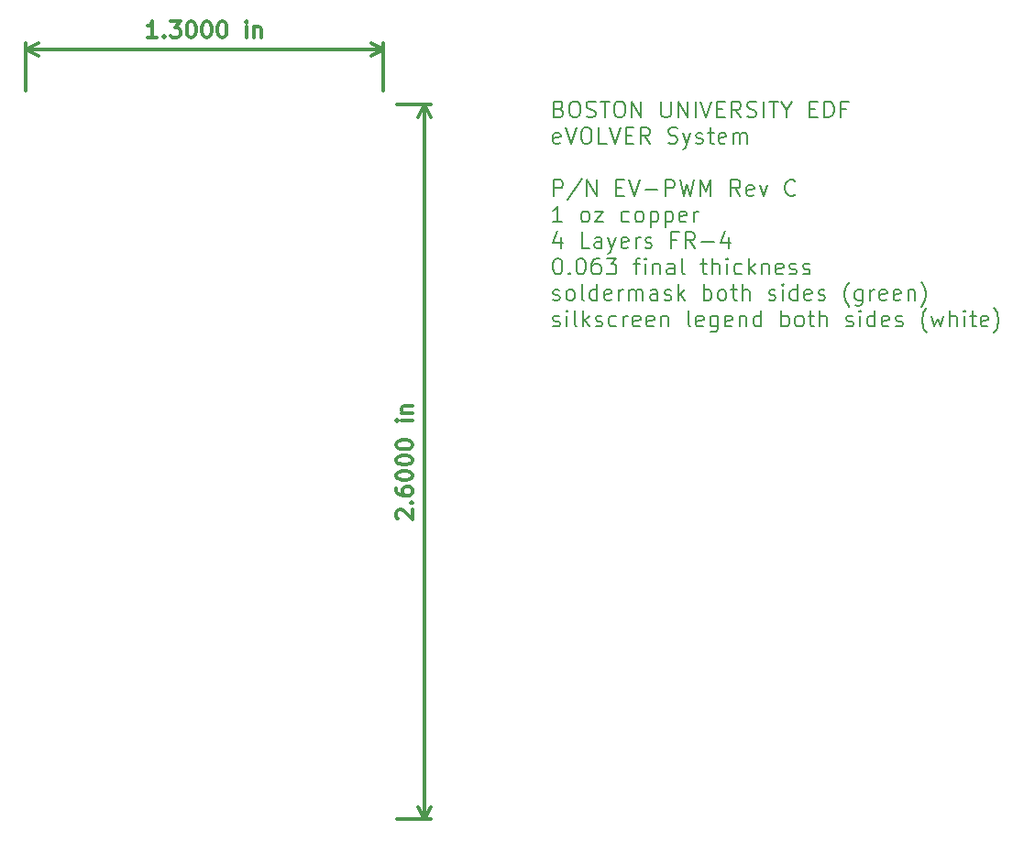
<source format=gbr>
%TF.GenerationSoftware,KiCad,Pcbnew,(6.0.7-1)-1*%
%TF.CreationDate,2022-09-01T15:03:24-04:00*%
%TF.ProjectId,eVolver_pwm,65566f6c-7665-4725-9f70-776d2e6b6963,rev?*%
%TF.SameCoordinates,Original*%
%TF.FileFunction,OtherDrawing,Comment*%
%FSLAX46Y46*%
G04 Gerber Fmt 4.6, Leading zero omitted, Abs format (unit mm)*
G04 Created by KiCad (PCBNEW (6.0.7-1)-1) date 2022-09-01 15:03:24*
%MOMM*%
%LPD*%
G01*
G04 APERTURE LIST*
%ADD10C,0.203200*%
%ADD11C,0.300000*%
G04 APERTURE END LIST*
D10*
X202919222Y-71512857D02*
X203133508Y-71584285D01*
X203204937Y-71655714D01*
X203276365Y-71798571D01*
X203276365Y-72012857D01*
X203204937Y-72155714D01*
X203133508Y-72227142D01*
X202990651Y-72298571D01*
X202419222Y-72298571D01*
X202419222Y-70798571D01*
X202919222Y-70798571D01*
X203062080Y-70870000D01*
X203133508Y-70941428D01*
X203204937Y-71084285D01*
X203204937Y-71227142D01*
X203133508Y-71370000D01*
X203062080Y-71441428D01*
X202919222Y-71512857D01*
X202419222Y-71512857D01*
X204204937Y-70798571D02*
X204490651Y-70798571D01*
X204633508Y-70870000D01*
X204776365Y-71012857D01*
X204847794Y-71298571D01*
X204847794Y-71798571D01*
X204776365Y-72084285D01*
X204633508Y-72227142D01*
X204490651Y-72298571D01*
X204204937Y-72298571D01*
X204062080Y-72227142D01*
X203919222Y-72084285D01*
X203847794Y-71798571D01*
X203847794Y-71298571D01*
X203919222Y-71012857D01*
X204062080Y-70870000D01*
X204204937Y-70798571D01*
X205419222Y-72227142D02*
X205633508Y-72298571D01*
X205990651Y-72298571D01*
X206133508Y-72227142D01*
X206204937Y-72155714D01*
X206276365Y-72012857D01*
X206276365Y-71870000D01*
X206204937Y-71727142D01*
X206133508Y-71655714D01*
X205990651Y-71584285D01*
X205704937Y-71512857D01*
X205562080Y-71441428D01*
X205490651Y-71370000D01*
X205419222Y-71227142D01*
X205419222Y-71084285D01*
X205490651Y-70941428D01*
X205562080Y-70870000D01*
X205704937Y-70798571D01*
X206062080Y-70798571D01*
X206276365Y-70870000D01*
X206704937Y-70798571D02*
X207562080Y-70798571D01*
X207133508Y-72298571D02*
X207133508Y-70798571D01*
X208347794Y-70798571D02*
X208633508Y-70798571D01*
X208776365Y-70870000D01*
X208919222Y-71012857D01*
X208990651Y-71298571D01*
X208990651Y-71798571D01*
X208919222Y-72084285D01*
X208776365Y-72227142D01*
X208633508Y-72298571D01*
X208347794Y-72298571D01*
X208204937Y-72227142D01*
X208062080Y-72084285D01*
X207990651Y-71798571D01*
X207990651Y-71298571D01*
X208062080Y-71012857D01*
X208204937Y-70870000D01*
X208347794Y-70798571D01*
X209633508Y-72298571D02*
X209633508Y-70798571D01*
X210490651Y-72298571D01*
X210490651Y-70798571D01*
X212347794Y-70798571D02*
X212347794Y-72012857D01*
X212419222Y-72155714D01*
X212490651Y-72227142D01*
X212633508Y-72298571D01*
X212919222Y-72298571D01*
X213062080Y-72227142D01*
X213133508Y-72155714D01*
X213204937Y-72012857D01*
X213204937Y-70798571D01*
X213919222Y-72298571D02*
X213919222Y-70798571D01*
X214776365Y-72298571D01*
X214776365Y-70798571D01*
X215490651Y-72298571D02*
X215490651Y-70798571D01*
X215990651Y-70798571D02*
X216490651Y-72298571D01*
X216990651Y-70798571D01*
X217490651Y-71512857D02*
X217990651Y-71512857D01*
X218204937Y-72298571D02*
X217490651Y-72298571D01*
X217490651Y-70798571D01*
X218204937Y-70798571D01*
X219704937Y-72298571D02*
X219204937Y-71584285D01*
X218847794Y-72298571D02*
X218847794Y-70798571D01*
X219419222Y-70798571D01*
X219562080Y-70870000D01*
X219633508Y-70941428D01*
X219704937Y-71084285D01*
X219704937Y-71298571D01*
X219633508Y-71441428D01*
X219562080Y-71512857D01*
X219419222Y-71584285D01*
X218847794Y-71584285D01*
X220276365Y-72227142D02*
X220490651Y-72298571D01*
X220847794Y-72298571D01*
X220990651Y-72227142D01*
X221062080Y-72155714D01*
X221133508Y-72012857D01*
X221133508Y-71870000D01*
X221062080Y-71727142D01*
X220990651Y-71655714D01*
X220847794Y-71584285D01*
X220562080Y-71512857D01*
X220419222Y-71441428D01*
X220347794Y-71370000D01*
X220276365Y-71227142D01*
X220276365Y-71084285D01*
X220347794Y-70941428D01*
X220419222Y-70870000D01*
X220562080Y-70798571D01*
X220919222Y-70798571D01*
X221133508Y-70870000D01*
X221776365Y-72298571D02*
X221776365Y-70798571D01*
X222276365Y-70798571D02*
X223133508Y-70798571D01*
X222704937Y-72298571D02*
X222704937Y-70798571D01*
X223919222Y-71584285D02*
X223919222Y-72298571D01*
X223419222Y-70798571D02*
X223919222Y-71584285D01*
X224419222Y-70798571D01*
X226062080Y-71512857D02*
X226562080Y-71512857D01*
X226776365Y-72298571D02*
X226062080Y-72298571D01*
X226062080Y-70798571D01*
X226776365Y-70798571D01*
X227419222Y-72298571D02*
X227419222Y-70798571D01*
X227776365Y-70798571D01*
X227990651Y-70870000D01*
X228133508Y-71012857D01*
X228204937Y-71155714D01*
X228276365Y-71441428D01*
X228276365Y-71655714D01*
X228204937Y-71941428D01*
X228133508Y-72084285D01*
X227990651Y-72227142D01*
X227776365Y-72298571D01*
X227419222Y-72298571D01*
X229419222Y-71512857D02*
X228919222Y-71512857D01*
X228919222Y-72298571D02*
X228919222Y-70798571D01*
X229633508Y-70798571D01*
X202990651Y-74642142D02*
X202847794Y-74713571D01*
X202562080Y-74713571D01*
X202419222Y-74642142D01*
X202347794Y-74499285D01*
X202347794Y-73927857D01*
X202419222Y-73785000D01*
X202562080Y-73713571D01*
X202847794Y-73713571D01*
X202990651Y-73785000D01*
X203062080Y-73927857D01*
X203062080Y-74070714D01*
X202347794Y-74213571D01*
X203490651Y-73213571D02*
X203990651Y-74713571D01*
X204490651Y-73213571D01*
X205276365Y-73213571D02*
X205562080Y-73213571D01*
X205704937Y-73285000D01*
X205847794Y-73427857D01*
X205919222Y-73713571D01*
X205919222Y-74213571D01*
X205847794Y-74499285D01*
X205704937Y-74642142D01*
X205562080Y-74713571D01*
X205276365Y-74713571D01*
X205133508Y-74642142D01*
X204990651Y-74499285D01*
X204919222Y-74213571D01*
X204919222Y-73713571D01*
X204990651Y-73427857D01*
X205133508Y-73285000D01*
X205276365Y-73213571D01*
X207276365Y-74713571D02*
X206562080Y-74713571D01*
X206562080Y-73213571D01*
X207562080Y-73213571D02*
X208062080Y-74713571D01*
X208562080Y-73213571D01*
X209062080Y-73927857D02*
X209562080Y-73927857D01*
X209776365Y-74713571D02*
X209062080Y-74713571D01*
X209062080Y-73213571D01*
X209776365Y-73213571D01*
X211276365Y-74713571D02*
X210776365Y-73999285D01*
X210419222Y-74713571D02*
X210419222Y-73213571D01*
X210990651Y-73213571D01*
X211133508Y-73285000D01*
X211204937Y-73356428D01*
X211276365Y-73499285D01*
X211276365Y-73713571D01*
X211204937Y-73856428D01*
X211133508Y-73927857D01*
X210990651Y-73999285D01*
X210419222Y-73999285D01*
X212990651Y-74642142D02*
X213204937Y-74713571D01*
X213562080Y-74713571D01*
X213704937Y-74642142D01*
X213776365Y-74570714D01*
X213847794Y-74427857D01*
X213847794Y-74285000D01*
X213776365Y-74142142D01*
X213704937Y-74070714D01*
X213562080Y-73999285D01*
X213276365Y-73927857D01*
X213133508Y-73856428D01*
X213062080Y-73785000D01*
X212990651Y-73642142D01*
X212990651Y-73499285D01*
X213062080Y-73356428D01*
X213133508Y-73285000D01*
X213276365Y-73213571D01*
X213633508Y-73213571D01*
X213847794Y-73285000D01*
X214347794Y-73713571D02*
X214704937Y-74713571D01*
X215062080Y-73713571D02*
X214704937Y-74713571D01*
X214562080Y-75070714D01*
X214490651Y-75142142D01*
X214347794Y-75213571D01*
X215562080Y-74642142D02*
X215704937Y-74713571D01*
X215990651Y-74713571D01*
X216133508Y-74642142D01*
X216204937Y-74499285D01*
X216204937Y-74427857D01*
X216133508Y-74285000D01*
X215990651Y-74213571D01*
X215776365Y-74213571D01*
X215633508Y-74142142D01*
X215562080Y-73999285D01*
X215562080Y-73927857D01*
X215633508Y-73785000D01*
X215776365Y-73713571D01*
X215990651Y-73713571D01*
X216133508Y-73785000D01*
X216633508Y-73713571D02*
X217204937Y-73713571D01*
X216847794Y-73213571D02*
X216847794Y-74499285D01*
X216919222Y-74642142D01*
X217062080Y-74713571D01*
X217204937Y-74713571D01*
X218276365Y-74642142D02*
X218133508Y-74713571D01*
X217847794Y-74713571D01*
X217704937Y-74642142D01*
X217633508Y-74499285D01*
X217633508Y-73927857D01*
X217704937Y-73785000D01*
X217847794Y-73713571D01*
X218133508Y-73713571D01*
X218276365Y-73785000D01*
X218347794Y-73927857D01*
X218347794Y-74070714D01*
X217633508Y-74213571D01*
X218990651Y-74713571D02*
X218990651Y-73713571D01*
X218990651Y-73856428D02*
X219062080Y-73785000D01*
X219204937Y-73713571D01*
X219419222Y-73713571D01*
X219562080Y-73785000D01*
X219633508Y-73927857D01*
X219633508Y-74713571D01*
X219633508Y-73927857D02*
X219704937Y-73785000D01*
X219847794Y-73713571D01*
X220062080Y-73713571D01*
X220204937Y-73785000D01*
X220276365Y-73927857D01*
X220276365Y-74713571D01*
X202419222Y-79543571D02*
X202419222Y-78043571D01*
X202990651Y-78043571D01*
X203133508Y-78115000D01*
X203204937Y-78186428D01*
X203276365Y-78329285D01*
X203276365Y-78543571D01*
X203204937Y-78686428D01*
X203133508Y-78757857D01*
X202990651Y-78829285D01*
X202419222Y-78829285D01*
X204990651Y-77972142D02*
X203704937Y-79900714D01*
X205490651Y-79543571D02*
X205490651Y-78043571D01*
X206347794Y-79543571D01*
X206347794Y-78043571D01*
X208204937Y-78757857D02*
X208704937Y-78757857D01*
X208919222Y-79543571D02*
X208204937Y-79543571D01*
X208204937Y-78043571D01*
X208919222Y-78043571D01*
X209347794Y-78043571D02*
X209847794Y-79543571D01*
X210347794Y-78043571D01*
X210847794Y-78972142D02*
X211990651Y-78972142D01*
X212704937Y-79543571D02*
X212704937Y-78043571D01*
X213276365Y-78043571D01*
X213419222Y-78115000D01*
X213490651Y-78186428D01*
X213562080Y-78329285D01*
X213562080Y-78543571D01*
X213490651Y-78686428D01*
X213419222Y-78757857D01*
X213276365Y-78829285D01*
X212704937Y-78829285D01*
X214062080Y-78043571D02*
X214419222Y-79543571D01*
X214704937Y-78472142D01*
X214990651Y-79543571D01*
X215347794Y-78043571D01*
X215919222Y-79543571D02*
X215919222Y-78043571D01*
X216419222Y-79115000D01*
X216919222Y-78043571D01*
X216919222Y-79543571D01*
X219633508Y-79543571D02*
X219133508Y-78829285D01*
X218776365Y-79543571D02*
X218776365Y-78043571D01*
X219347794Y-78043571D01*
X219490651Y-78115000D01*
X219562080Y-78186428D01*
X219633508Y-78329285D01*
X219633508Y-78543571D01*
X219562080Y-78686428D01*
X219490651Y-78757857D01*
X219347794Y-78829285D01*
X218776365Y-78829285D01*
X220847794Y-79472142D02*
X220704937Y-79543571D01*
X220419222Y-79543571D01*
X220276365Y-79472142D01*
X220204937Y-79329285D01*
X220204937Y-78757857D01*
X220276365Y-78615000D01*
X220419222Y-78543571D01*
X220704937Y-78543571D01*
X220847794Y-78615000D01*
X220919222Y-78757857D01*
X220919222Y-78900714D01*
X220204937Y-79043571D01*
X221419222Y-78543571D02*
X221776365Y-79543571D01*
X222133508Y-78543571D01*
X224704937Y-79400714D02*
X224633508Y-79472142D01*
X224419222Y-79543571D01*
X224276365Y-79543571D01*
X224062080Y-79472142D01*
X223919222Y-79329285D01*
X223847794Y-79186428D01*
X223776365Y-78900714D01*
X223776365Y-78686428D01*
X223847794Y-78400714D01*
X223919222Y-78257857D01*
X224062080Y-78115000D01*
X224276365Y-78043571D01*
X224419222Y-78043571D01*
X224633508Y-78115000D01*
X224704937Y-78186428D01*
X203204937Y-81958571D02*
X202347794Y-81958571D01*
X202776365Y-81958571D02*
X202776365Y-80458571D01*
X202633508Y-80672857D01*
X202490651Y-80815714D01*
X202347794Y-80887142D01*
X205204937Y-81958571D02*
X205062080Y-81887142D01*
X204990651Y-81815714D01*
X204919222Y-81672857D01*
X204919222Y-81244285D01*
X204990651Y-81101428D01*
X205062080Y-81030000D01*
X205204937Y-80958571D01*
X205419222Y-80958571D01*
X205562080Y-81030000D01*
X205633508Y-81101428D01*
X205704937Y-81244285D01*
X205704937Y-81672857D01*
X205633508Y-81815714D01*
X205562080Y-81887142D01*
X205419222Y-81958571D01*
X205204937Y-81958571D01*
X206204937Y-80958571D02*
X206990651Y-80958571D01*
X206204937Y-81958571D01*
X206990651Y-81958571D01*
X209347794Y-81887142D02*
X209204937Y-81958571D01*
X208919222Y-81958571D01*
X208776365Y-81887142D01*
X208704937Y-81815714D01*
X208633508Y-81672857D01*
X208633508Y-81244285D01*
X208704937Y-81101428D01*
X208776365Y-81030000D01*
X208919222Y-80958571D01*
X209204937Y-80958571D01*
X209347794Y-81030000D01*
X210204937Y-81958571D02*
X210062080Y-81887142D01*
X209990651Y-81815714D01*
X209919222Y-81672857D01*
X209919222Y-81244285D01*
X209990651Y-81101428D01*
X210062080Y-81030000D01*
X210204937Y-80958571D01*
X210419222Y-80958571D01*
X210562080Y-81030000D01*
X210633508Y-81101428D01*
X210704937Y-81244285D01*
X210704937Y-81672857D01*
X210633508Y-81815714D01*
X210562080Y-81887142D01*
X210419222Y-81958571D01*
X210204937Y-81958571D01*
X211347794Y-80958571D02*
X211347794Y-82458571D01*
X211347794Y-81030000D02*
X211490651Y-80958571D01*
X211776365Y-80958571D01*
X211919222Y-81030000D01*
X211990651Y-81101428D01*
X212062080Y-81244285D01*
X212062080Y-81672857D01*
X211990651Y-81815714D01*
X211919222Y-81887142D01*
X211776365Y-81958571D01*
X211490651Y-81958571D01*
X211347794Y-81887142D01*
X212704937Y-80958571D02*
X212704937Y-82458571D01*
X212704937Y-81030000D02*
X212847794Y-80958571D01*
X213133508Y-80958571D01*
X213276365Y-81030000D01*
X213347794Y-81101428D01*
X213419222Y-81244285D01*
X213419222Y-81672857D01*
X213347794Y-81815714D01*
X213276365Y-81887142D01*
X213133508Y-81958571D01*
X212847794Y-81958571D01*
X212704937Y-81887142D01*
X214633508Y-81887142D02*
X214490651Y-81958571D01*
X214204937Y-81958571D01*
X214062080Y-81887142D01*
X213990651Y-81744285D01*
X213990651Y-81172857D01*
X214062080Y-81030000D01*
X214204937Y-80958571D01*
X214490651Y-80958571D01*
X214633508Y-81030000D01*
X214704937Y-81172857D01*
X214704937Y-81315714D01*
X213990651Y-81458571D01*
X215347794Y-81958571D02*
X215347794Y-80958571D01*
X215347794Y-81244285D02*
X215419222Y-81101428D01*
X215490651Y-81030000D01*
X215633508Y-80958571D01*
X215776365Y-80958571D01*
X203062080Y-83373571D02*
X203062080Y-84373571D01*
X202704937Y-82802142D02*
X202347794Y-83873571D01*
X203276365Y-83873571D01*
X205704937Y-84373571D02*
X204990651Y-84373571D01*
X204990651Y-82873571D01*
X206847794Y-84373571D02*
X206847794Y-83587857D01*
X206776365Y-83445000D01*
X206633508Y-83373571D01*
X206347794Y-83373571D01*
X206204937Y-83445000D01*
X206847794Y-84302142D02*
X206704937Y-84373571D01*
X206347794Y-84373571D01*
X206204937Y-84302142D01*
X206133508Y-84159285D01*
X206133508Y-84016428D01*
X206204937Y-83873571D01*
X206347794Y-83802142D01*
X206704937Y-83802142D01*
X206847794Y-83730714D01*
X207419222Y-83373571D02*
X207776365Y-84373571D01*
X208133508Y-83373571D02*
X207776365Y-84373571D01*
X207633508Y-84730714D01*
X207562080Y-84802142D01*
X207419222Y-84873571D01*
X209276365Y-84302142D02*
X209133508Y-84373571D01*
X208847794Y-84373571D01*
X208704937Y-84302142D01*
X208633508Y-84159285D01*
X208633508Y-83587857D01*
X208704937Y-83445000D01*
X208847794Y-83373571D01*
X209133508Y-83373571D01*
X209276365Y-83445000D01*
X209347794Y-83587857D01*
X209347794Y-83730714D01*
X208633508Y-83873571D01*
X209990651Y-84373571D02*
X209990651Y-83373571D01*
X209990651Y-83659285D02*
X210062080Y-83516428D01*
X210133508Y-83445000D01*
X210276365Y-83373571D01*
X210419222Y-83373571D01*
X210847794Y-84302142D02*
X210990651Y-84373571D01*
X211276365Y-84373571D01*
X211419222Y-84302142D01*
X211490651Y-84159285D01*
X211490651Y-84087857D01*
X211419222Y-83945000D01*
X211276365Y-83873571D01*
X211062080Y-83873571D01*
X210919222Y-83802142D01*
X210847794Y-83659285D01*
X210847794Y-83587857D01*
X210919222Y-83445000D01*
X211062080Y-83373571D01*
X211276365Y-83373571D01*
X211419222Y-83445000D01*
X213776365Y-83587857D02*
X213276365Y-83587857D01*
X213276365Y-84373571D02*
X213276365Y-82873571D01*
X213990651Y-82873571D01*
X215419222Y-84373571D02*
X214919222Y-83659285D01*
X214562080Y-84373571D02*
X214562080Y-82873571D01*
X215133508Y-82873571D01*
X215276365Y-82945000D01*
X215347794Y-83016428D01*
X215419222Y-83159285D01*
X215419222Y-83373571D01*
X215347794Y-83516428D01*
X215276365Y-83587857D01*
X215133508Y-83659285D01*
X214562080Y-83659285D01*
X216062080Y-83802142D02*
X217204937Y-83802142D01*
X218562080Y-83373571D02*
X218562080Y-84373571D01*
X218204937Y-82802142D02*
X217847794Y-83873571D01*
X218776365Y-83873571D01*
X202704937Y-85288571D02*
X202847794Y-85288571D01*
X202990651Y-85360000D01*
X203062080Y-85431428D01*
X203133508Y-85574285D01*
X203204937Y-85860000D01*
X203204937Y-86217142D01*
X203133508Y-86502857D01*
X203062080Y-86645714D01*
X202990651Y-86717142D01*
X202847794Y-86788571D01*
X202704937Y-86788571D01*
X202562080Y-86717142D01*
X202490651Y-86645714D01*
X202419222Y-86502857D01*
X202347794Y-86217142D01*
X202347794Y-85860000D01*
X202419222Y-85574285D01*
X202490651Y-85431428D01*
X202562080Y-85360000D01*
X202704937Y-85288571D01*
X203847794Y-86645714D02*
X203919222Y-86717142D01*
X203847794Y-86788571D01*
X203776365Y-86717142D01*
X203847794Y-86645714D01*
X203847794Y-86788571D01*
X204847794Y-85288571D02*
X204990651Y-85288571D01*
X205133508Y-85360000D01*
X205204937Y-85431428D01*
X205276365Y-85574285D01*
X205347794Y-85860000D01*
X205347794Y-86217142D01*
X205276365Y-86502857D01*
X205204937Y-86645714D01*
X205133508Y-86717142D01*
X204990651Y-86788571D01*
X204847794Y-86788571D01*
X204704937Y-86717142D01*
X204633508Y-86645714D01*
X204562080Y-86502857D01*
X204490651Y-86217142D01*
X204490651Y-85860000D01*
X204562080Y-85574285D01*
X204633508Y-85431428D01*
X204704937Y-85360000D01*
X204847794Y-85288571D01*
X206633508Y-85288571D02*
X206347794Y-85288571D01*
X206204937Y-85360000D01*
X206133508Y-85431428D01*
X205990651Y-85645714D01*
X205919222Y-85931428D01*
X205919222Y-86502857D01*
X205990651Y-86645714D01*
X206062080Y-86717142D01*
X206204937Y-86788571D01*
X206490651Y-86788571D01*
X206633508Y-86717142D01*
X206704937Y-86645714D01*
X206776365Y-86502857D01*
X206776365Y-86145714D01*
X206704937Y-86002857D01*
X206633508Y-85931428D01*
X206490651Y-85860000D01*
X206204937Y-85860000D01*
X206062080Y-85931428D01*
X205990651Y-86002857D01*
X205919222Y-86145714D01*
X207276365Y-85288571D02*
X208204937Y-85288571D01*
X207704937Y-85860000D01*
X207919222Y-85860000D01*
X208062080Y-85931428D01*
X208133508Y-86002857D01*
X208204937Y-86145714D01*
X208204937Y-86502857D01*
X208133508Y-86645714D01*
X208062080Y-86717142D01*
X207919222Y-86788571D01*
X207490651Y-86788571D01*
X207347794Y-86717142D01*
X207276365Y-86645714D01*
X209776365Y-85788571D02*
X210347794Y-85788571D01*
X209990651Y-86788571D02*
X209990651Y-85502857D01*
X210062080Y-85360000D01*
X210204937Y-85288571D01*
X210347794Y-85288571D01*
X210847794Y-86788571D02*
X210847794Y-85788571D01*
X210847794Y-85288571D02*
X210776365Y-85360000D01*
X210847794Y-85431428D01*
X210919222Y-85360000D01*
X210847794Y-85288571D01*
X210847794Y-85431428D01*
X211562080Y-85788571D02*
X211562080Y-86788571D01*
X211562080Y-85931428D02*
X211633508Y-85860000D01*
X211776365Y-85788571D01*
X211990651Y-85788571D01*
X212133508Y-85860000D01*
X212204937Y-86002857D01*
X212204937Y-86788571D01*
X213562080Y-86788571D02*
X213562080Y-86002857D01*
X213490651Y-85860000D01*
X213347794Y-85788571D01*
X213062080Y-85788571D01*
X212919222Y-85860000D01*
X213562080Y-86717142D02*
X213419222Y-86788571D01*
X213062080Y-86788571D01*
X212919222Y-86717142D01*
X212847794Y-86574285D01*
X212847794Y-86431428D01*
X212919222Y-86288571D01*
X213062080Y-86217142D01*
X213419222Y-86217142D01*
X213562080Y-86145714D01*
X214490651Y-86788571D02*
X214347794Y-86717142D01*
X214276365Y-86574285D01*
X214276365Y-85288571D01*
X215990651Y-85788571D02*
X216562080Y-85788571D01*
X216204937Y-85288571D02*
X216204937Y-86574285D01*
X216276365Y-86717142D01*
X216419222Y-86788571D01*
X216562080Y-86788571D01*
X217062080Y-86788571D02*
X217062080Y-85288571D01*
X217704937Y-86788571D02*
X217704937Y-86002857D01*
X217633508Y-85860000D01*
X217490651Y-85788571D01*
X217276365Y-85788571D01*
X217133508Y-85860000D01*
X217062080Y-85931428D01*
X218419222Y-86788571D02*
X218419222Y-85788571D01*
X218419222Y-85288571D02*
X218347794Y-85360000D01*
X218419222Y-85431428D01*
X218490651Y-85360000D01*
X218419222Y-85288571D01*
X218419222Y-85431428D01*
X219776365Y-86717142D02*
X219633508Y-86788571D01*
X219347794Y-86788571D01*
X219204937Y-86717142D01*
X219133508Y-86645714D01*
X219062080Y-86502857D01*
X219062080Y-86074285D01*
X219133508Y-85931428D01*
X219204937Y-85860000D01*
X219347794Y-85788571D01*
X219633508Y-85788571D01*
X219776365Y-85860000D01*
X220419222Y-86788571D02*
X220419222Y-85288571D01*
X220562080Y-86217142D02*
X220990651Y-86788571D01*
X220990651Y-85788571D02*
X220419222Y-86360000D01*
X221633508Y-85788571D02*
X221633508Y-86788571D01*
X221633508Y-85931428D02*
X221704937Y-85860000D01*
X221847794Y-85788571D01*
X222062080Y-85788571D01*
X222204937Y-85860000D01*
X222276365Y-86002857D01*
X222276365Y-86788571D01*
X223562080Y-86717142D02*
X223419222Y-86788571D01*
X223133508Y-86788571D01*
X222990651Y-86717142D01*
X222919222Y-86574285D01*
X222919222Y-86002857D01*
X222990651Y-85860000D01*
X223133508Y-85788571D01*
X223419222Y-85788571D01*
X223562080Y-85860000D01*
X223633508Y-86002857D01*
X223633508Y-86145714D01*
X222919222Y-86288571D01*
X224204937Y-86717142D02*
X224347794Y-86788571D01*
X224633508Y-86788571D01*
X224776365Y-86717142D01*
X224847794Y-86574285D01*
X224847794Y-86502857D01*
X224776365Y-86360000D01*
X224633508Y-86288571D01*
X224419222Y-86288571D01*
X224276365Y-86217142D01*
X224204937Y-86074285D01*
X224204937Y-86002857D01*
X224276365Y-85860000D01*
X224419222Y-85788571D01*
X224633508Y-85788571D01*
X224776365Y-85860000D01*
X225419222Y-86717142D02*
X225562080Y-86788571D01*
X225847794Y-86788571D01*
X225990651Y-86717142D01*
X226062080Y-86574285D01*
X226062080Y-86502857D01*
X225990651Y-86360000D01*
X225847794Y-86288571D01*
X225633508Y-86288571D01*
X225490651Y-86217142D01*
X225419222Y-86074285D01*
X225419222Y-86002857D01*
X225490651Y-85860000D01*
X225633508Y-85788571D01*
X225847794Y-85788571D01*
X225990651Y-85860000D01*
X202347794Y-89132142D02*
X202490651Y-89203571D01*
X202776365Y-89203571D01*
X202919222Y-89132142D01*
X202990651Y-88989285D01*
X202990651Y-88917857D01*
X202919222Y-88775000D01*
X202776365Y-88703571D01*
X202562080Y-88703571D01*
X202419222Y-88632142D01*
X202347794Y-88489285D01*
X202347794Y-88417857D01*
X202419222Y-88275000D01*
X202562080Y-88203571D01*
X202776365Y-88203571D01*
X202919222Y-88275000D01*
X203847794Y-89203571D02*
X203704937Y-89132142D01*
X203633508Y-89060714D01*
X203562080Y-88917857D01*
X203562080Y-88489285D01*
X203633508Y-88346428D01*
X203704937Y-88275000D01*
X203847794Y-88203571D01*
X204062080Y-88203571D01*
X204204937Y-88275000D01*
X204276365Y-88346428D01*
X204347794Y-88489285D01*
X204347794Y-88917857D01*
X204276365Y-89060714D01*
X204204937Y-89132142D01*
X204062080Y-89203571D01*
X203847794Y-89203571D01*
X205204937Y-89203571D02*
X205062080Y-89132142D01*
X204990651Y-88989285D01*
X204990651Y-87703571D01*
X206419222Y-89203571D02*
X206419222Y-87703571D01*
X206419222Y-89132142D02*
X206276365Y-89203571D01*
X205990651Y-89203571D01*
X205847794Y-89132142D01*
X205776365Y-89060714D01*
X205704937Y-88917857D01*
X205704937Y-88489285D01*
X205776365Y-88346428D01*
X205847794Y-88275000D01*
X205990651Y-88203571D01*
X206276365Y-88203571D01*
X206419222Y-88275000D01*
X207704937Y-89132142D02*
X207562080Y-89203571D01*
X207276365Y-89203571D01*
X207133508Y-89132142D01*
X207062080Y-88989285D01*
X207062080Y-88417857D01*
X207133508Y-88275000D01*
X207276365Y-88203571D01*
X207562080Y-88203571D01*
X207704937Y-88275000D01*
X207776365Y-88417857D01*
X207776365Y-88560714D01*
X207062080Y-88703571D01*
X208419222Y-89203571D02*
X208419222Y-88203571D01*
X208419222Y-88489285D02*
X208490651Y-88346428D01*
X208562080Y-88275000D01*
X208704937Y-88203571D01*
X208847794Y-88203571D01*
X209347794Y-89203571D02*
X209347794Y-88203571D01*
X209347794Y-88346428D02*
X209419222Y-88275000D01*
X209562080Y-88203571D01*
X209776365Y-88203571D01*
X209919222Y-88275000D01*
X209990651Y-88417857D01*
X209990651Y-89203571D01*
X209990651Y-88417857D02*
X210062080Y-88275000D01*
X210204937Y-88203571D01*
X210419222Y-88203571D01*
X210562080Y-88275000D01*
X210633508Y-88417857D01*
X210633508Y-89203571D01*
X211990651Y-89203571D02*
X211990651Y-88417857D01*
X211919222Y-88275000D01*
X211776365Y-88203571D01*
X211490651Y-88203571D01*
X211347794Y-88275000D01*
X211990651Y-89132142D02*
X211847794Y-89203571D01*
X211490651Y-89203571D01*
X211347794Y-89132142D01*
X211276365Y-88989285D01*
X211276365Y-88846428D01*
X211347794Y-88703571D01*
X211490651Y-88632142D01*
X211847794Y-88632142D01*
X211990651Y-88560714D01*
X212633508Y-89132142D02*
X212776365Y-89203571D01*
X213062080Y-89203571D01*
X213204937Y-89132142D01*
X213276365Y-88989285D01*
X213276365Y-88917857D01*
X213204937Y-88775000D01*
X213062080Y-88703571D01*
X212847794Y-88703571D01*
X212704937Y-88632142D01*
X212633508Y-88489285D01*
X212633508Y-88417857D01*
X212704937Y-88275000D01*
X212847794Y-88203571D01*
X213062080Y-88203571D01*
X213204937Y-88275000D01*
X213919222Y-89203571D02*
X213919222Y-87703571D01*
X214062080Y-88632142D02*
X214490651Y-89203571D01*
X214490651Y-88203571D02*
X213919222Y-88775000D01*
X216276365Y-89203571D02*
X216276365Y-87703571D01*
X216276365Y-88275000D02*
X216419222Y-88203571D01*
X216704937Y-88203571D01*
X216847794Y-88275000D01*
X216919222Y-88346428D01*
X216990651Y-88489285D01*
X216990651Y-88917857D01*
X216919222Y-89060714D01*
X216847794Y-89132142D01*
X216704937Y-89203571D01*
X216419222Y-89203571D01*
X216276365Y-89132142D01*
X217847794Y-89203571D02*
X217704937Y-89132142D01*
X217633508Y-89060714D01*
X217562080Y-88917857D01*
X217562080Y-88489285D01*
X217633508Y-88346428D01*
X217704937Y-88275000D01*
X217847794Y-88203571D01*
X218062080Y-88203571D01*
X218204937Y-88275000D01*
X218276365Y-88346428D01*
X218347794Y-88489285D01*
X218347794Y-88917857D01*
X218276365Y-89060714D01*
X218204937Y-89132142D01*
X218062080Y-89203571D01*
X217847794Y-89203571D01*
X218776365Y-88203571D02*
X219347794Y-88203571D01*
X218990651Y-87703571D02*
X218990651Y-88989285D01*
X219062080Y-89132142D01*
X219204937Y-89203571D01*
X219347794Y-89203571D01*
X219847794Y-89203571D02*
X219847794Y-87703571D01*
X220490651Y-89203571D02*
X220490651Y-88417857D01*
X220419222Y-88275000D01*
X220276365Y-88203571D01*
X220062080Y-88203571D01*
X219919222Y-88275000D01*
X219847794Y-88346428D01*
X222276365Y-89132142D02*
X222419222Y-89203571D01*
X222704937Y-89203571D01*
X222847794Y-89132142D01*
X222919222Y-88989285D01*
X222919222Y-88917857D01*
X222847794Y-88775000D01*
X222704937Y-88703571D01*
X222490651Y-88703571D01*
X222347794Y-88632142D01*
X222276365Y-88489285D01*
X222276365Y-88417857D01*
X222347794Y-88275000D01*
X222490651Y-88203571D01*
X222704937Y-88203571D01*
X222847794Y-88275000D01*
X223562080Y-89203571D02*
X223562080Y-88203571D01*
X223562080Y-87703571D02*
X223490651Y-87775000D01*
X223562080Y-87846428D01*
X223633508Y-87775000D01*
X223562080Y-87703571D01*
X223562080Y-87846428D01*
X224919222Y-89203571D02*
X224919222Y-87703571D01*
X224919222Y-89132142D02*
X224776365Y-89203571D01*
X224490651Y-89203571D01*
X224347794Y-89132142D01*
X224276365Y-89060714D01*
X224204937Y-88917857D01*
X224204937Y-88489285D01*
X224276365Y-88346428D01*
X224347794Y-88275000D01*
X224490651Y-88203571D01*
X224776365Y-88203571D01*
X224919222Y-88275000D01*
X226204937Y-89132142D02*
X226062080Y-89203571D01*
X225776365Y-89203571D01*
X225633508Y-89132142D01*
X225562080Y-88989285D01*
X225562080Y-88417857D01*
X225633508Y-88275000D01*
X225776365Y-88203571D01*
X226062080Y-88203571D01*
X226204937Y-88275000D01*
X226276365Y-88417857D01*
X226276365Y-88560714D01*
X225562080Y-88703571D01*
X226847794Y-89132142D02*
X226990651Y-89203571D01*
X227276365Y-89203571D01*
X227419222Y-89132142D01*
X227490651Y-88989285D01*
X227490651Y-88917857D01*
X227419222Y-88775000D01*
X227276365Y-88703571D01*
X227062080Y-88703571D01*
X226919222Y-88632142D01*
X226847794Y-88489285D01*
X226847794Y-88417857D01*
X226919222Y-88275000D01*
X227062080Y-88203571D01*
X227276365Y-88203571D01*
X227419222Y-88275000D01*
X229704937Y-89775000D02*
X229633508Y-89703571D01*
X229490651Y-89489285D01*
X229419222Y-89346428D01*
X229347794Y-89132142D01*
X229276365Y-88775000D01*
X229276365Y-88489285D01*
X229347794Y-88132142D01*
X229419222Y-87917857D01*
X229490651Y-87775000D01*
X229633508Y-87560714D01*
X229704937Y-87489285D01*
X230919222Y-88203571D02*
X230919222Y-89417857D01*
X230847794Y-89560714D01*
X230776365Y-89632142D01*
X230633508Y-89703571D01*
X230419222Y-89703571D01*
X230276365Y-89632142D01*
X230919222Y-89132142D02*
X230776365Y-89203571D01*
X230490651Y-89203571D01*
X230347794Y-89132142D01*
X230276365Y-89060714D01*
X230204937Y-88917857D01*
X230204937Y-88489285D01*
X230276365Y-88346428D01*
X230347794Y-88275000D01*
X230490651Y-88203571D01*
X230776365Y-88203571D01*
X230919222Y-88275000D01*
X231633508Y-89203571D02*
X231633508Y-88203571D01*
X231633508Y-88489285D02*
X231704937Y-88346428D01*
X231776365Y-88275000D01*
X231919222Y-88203571D01*
X232062080Y-88203571D01*
X233133508Y-89132142D02*
X232990651Y-89203571D01*
X232704937Y-89203571D01*
X232562080Y-89132142D01*
X232490651Y-88989285D01*
X232490651Y-88417857D01*
X232562080Y-88275000D01*
X232704937Y-88203571D01*
X232990651Y-88203571D01*
X233133508Y-88275000D01*
X233204937Y-88417857D01*
X233204937Y-88560714D01*
X232490651Y-88703571D01*
X234419222Y-89132142D02*
X234276365Y-89203571D01*
X233990651Y-89203571D01*
X233847794Y-89132142D01*
X233776365Y-88989285D01*
X233776365Y-88417857D01*
X233847794Y-88275000D01*
X233990651Y-88203571D01*
X234276365Y-88203571D01*
X234419222Y-88275000D01*
X234490651Y-88417857D01*
X234490651Y-88560714D01*
X233776365Y-88703571D01*
X235133508Y-88203571D02*
X235133508Y-89203571D01*
X235133508Y-88346428D02*
X235204937Y-88275000D01*
X235347794Y-88203571D01*
X235562080Y-88203571D01*
X235704937Y-88275000D01*
X235776365Y-88417857D01*
X235776365Y-89203571D01*
X236347794Y-89775000D02*
X236419222Y-89703571D01*
X236562080Y-89489285D01*
X236633508Y-89346428D01*
X236704937Y-89132142D01*
X236776365Y-88775000D01*
X236776365Y-88489285D01*
X236704937Y-88132142D01*
X236633508Y-87917857D01*
X236562080Y-87775000D01*
X236419222Y-87560714D01*
X236347794Y-87489285D01*
X202347794Y-91547142D02*
X202490651Y-91618571D01*
X202776365Y-91618571D01*
X202919222Y-91547142D01*
X202990651Y-91404285D01*
X202990651Y-91332857D01*
X202919222Y-91190000D01*
X202776365Y-91118571D01*
X202562080Y-91118571D01*
X202419222Y-91047142D01*
X202347794Y-90904285D01*
X202347794Y-90832857D01*
X202419222Y-90690000D01*
X202562080Y-90618571D01*
X202776365Y-90618571D01*
X202919222Y-90690000D01*
X203633508Y-91618571D02*
X203633508Y-90618571D01*
X203633508Y-90118571D02*
X203562080Y-90190000D01*
X203633508Y-90261428D01*
X203704937Y-90190000D01*
X203633508Y-90118571D01*
X203633508Y-90261428D01*
X204562080Y-91618571D02*
X204419222Y-91547142D01*
X204347794Y-91404285D01*
X204347794Y-90118571D01*
X205133508Y-91618571D02*
X205133508Y-90118571D01*
X205276365Y-91047142D02*
X205704937Y-91618571D01*
X205704937Y-90618571D02*
X205133508Y-91190000D01*
X206276365Y-91547142D02*
X206419222Y-91618571D01*
X206704937Y-91618571D01*
X206847794Y-91547142D01*
X206919222Y-91404285D01*
X206919222Y-91332857D01*
X206847794Y-91190000D01*
X206704937Y-91118571D01*
X206490651Y-91118571D01*
X206347794Y-91047142D01*
X206276365Y-90904285D01*
X206276365Y-90832857D01*
X206347794Y-90690000D01*
X206490651Y-90618571D01*
X206704937Y-90618571D01*
X206847794Y-90690000D01*
X208204937Y-91547142D02*
X208062080Y-91618571D01*
X207776365Y-91618571D01*
X207633508Y-91547142D01*
X207562080Y-91475714D01*
X207490651Y-91332857D01*
X207490651Y-90904285D01*
X207562080Y-90761428D01*
X207633508Y-90690000D01*
X207776365Y-90618571D01*
X208062080Y-90618571D01*
X208204937Y-90690000D01*
X208847794Y-91618571D02*
X208847794Y-90618571D01*
X208847794Y-90904285D02*
X208919222Y-90761428D01*
X208990651Y-90690000D01*
X209133508Y-90618571D01*
X209276365Y-90618571D01*
X210347794Y-91547142D02*
X210204937Y-91618571D01*
X209919222Y-91618571D01*
X209776365Y-91547142D01*
X209704937Y-91404285D01*
X209704937Y-90832857D01*
X209776365Y-90690000D01*
X209919222Y-90618571D01*
X210204937Y-90618571D01*
X210347794Y-90690000D01*
X210419222Y-90832857D01*
X210419222Y-90975714D01*
X209704937Y-91118571D01*
X211633508Y-91547142D02*
X211490651Y-91618571D01*
X211204937Y-91618571D01*
X211062080Y-91547142D01*
X210990651Y-91404285D01*
X210990651Y-90832857D01*
X211062080Y-90690000D01*
X211204937Y-90618571D01*
X211490651Y-90618571D01*
X211633508Y-90690000D01*
X211704937Y-90832857D01*
X211704937Y-90975714D01*
X210990651Y-91118571D01*
X212347794Y-90618571D02*
X212347794Y-91618571D01*
X212347794Y-90761428D02*
X212419222Y-90690000D01*
X212562080Y-90618571D01*
X212776365Y-90618571D01*
X212919222Y-90690000D01*
X212990651Y-90832857D01*
X212990651Y-91618571D01*
X215062080Y-91618571D02*
X214919222Y-91547142D01*
X214847794Y-91404285D01*
X214847794Y-90118571D01*
X216204937Y-91547142D02*
X216062080Y-91618571D01*
X215776365Y-91618571D01*
X215633508Y-91547142D01*
X215562080Y-91404285D01*
X215562080Y-90832857D01*
X215633508Y-90690000D01*
X215776365Y-90618571D01*
X216062080Y-90618571D01*
X216204937Y-90690000D01*
X216276365Y-90832857D01*
X216276365Y-90975714D01*
X215562080Y-91118571D01*
X217562080Y-90618571D02*
X217562080Y-91832857D01*
X217490651Y-91975714D01*
X217419222Y-92047142D01*
X217276365Y-92118571D01*
X217062080Y-92118571D01*
X216919222Y-92047142D01*
X217562080Y-91547142D02*
X217419222Y-91618571D01*
X217133508Y-91618571D01*
X216990651Y-91547142D01*
X216919222Y-91475714D01*
X216847794Y-91332857D01*
X216847794Y-90904285D01*
X216919222Y-90761428D01*
X216990651Y-90690000D01*
X217133508Y-90618571D01*
X217419222Y-90618571D01*
X217562080Y-90690000D01*
X218847794Y-91547142D02*
X218704937Y-91618571D01*
X218419222Y-91618571D01*
X218276365Y-91547142D01*
X218204937Y-91404285D01*
X218204937Y-90832857D01*
X218276365Y-90690000D01*
X218419222Y-90618571D01*
X218704937Y-90618571D01*
X218847794Y-90690000D01*
X218919222Y-90832857D01*
X218919222Y-90975714D01*
X218204937Y-91118571D01*
X219562080Y-90618571D02*
X219562080Y-91618571D01*
X219562080Y-90761428D02*
X219633508Y-90690000D01*
X219776365Y-90618571D01*
X219990651Y-90618571D01*
X220133508Y-90690000D01*
X220204937Y-90832857D01*
X220204937Y-91618571D01*
X221562080Y-91618571D02*
X221562080Y-90118571D01*
X221562080Y-91547142D02*
X221419222Y-91618571D01*
X221133508Y-91618571D01*
X220990651Y-91547142D01*
X220919222Y-91475714D01*
X220847794Y-91332857D01*
X220847794Y-90904285D01*
X220919222Y-90761428D01*
X220990651Y-90690000D01*
X221133508Y-90618571D01*
X221419222Y-90618571D01*
X221562080Y-90690000D01*
X223419222Y-91618571D02*
X223419222Y-90118571D01*
X223419222Y-90690000D02*
X223562080Y-90618571D01*
X223847794Y-90618571D01*
X223990651Y-90690000D01*
X224062080Y-90761428D01*
X224133508Y-90904285D01*
X224133508Y-91332857D01*
X224062080Y-91475714D01*
X223990651Y-91547142D01*
X223847794Y-91618571D01*
X223562080Y-91618571D01*
X223419222Y-91547142D01*
X224990651Y-91618571D02*
X224847794Y-91547142D01*
X224776365Y-91475714D01*
X224704937Y-91332857D01*
X224704937Y-90904285D01*
X224776365Y-90761428D01*
X224847794Y-90690000D01*
X224990651Y-90618571D01*
X225204937Y-90618571D01*
X225347794Y-90690000D01*
X225419222Y-90761428D01*
X225490651Y-90904285D01*
X225490651Y-91332857D01*
X225419222Y-91475714D01*
X225347794Y-91547142D01*
X225204937Y-91618571D01*
X224990651Y-91618571D01*
X225919222Y-90618571D02*
X226490651Y-90618571D01*
X226133508Y-90118571D02*
X226133508Y-91404285D01*
X226204937Y-91547142D01*
X226347794Y-91618571D01*
X226490651Y-91618571D01*
X226990651Y-91618571D02*
X226990651Y-90118571D01*
X227633508Y-91618571D02*
X227633508Y-90832857D01*
X227562080Y-90690000D01*
X227419222Y-90618571D01*
X227204937Y-90618571D01*
X227062080Y-90690000D01*
X226990651Y-90761428D01*
X229419222Y-91547142D02*
X229562080Y-91618571D01*
X229847794Y-91618571D01*
X229990651Y-91547142D01*
X230062080Y-91404285D01*
X230062080Y-91332857D01*
X229990651Y-91190000D01*
X229847794Y-91118571D01*
X229633508Y-91118571D01*
X229490651Y-91047142D01*
X229419222Y-90904285D01*
X229419222Y-90832857D01*
X229490651Y-90690000D01*
X229633508Y-90618571D01*
X229847794Y-90618571D01*
X229990651Y-90690000D01*
X230704937Y-91618571D02*
X230704937Y-90618571D01*
X230704937Y-90118571D02*
X230633508Y-90190000D01*
X230704937Y-90261428D01*
X230776365Y-90190000D01*
X230704937Y-90118571D01*
X230704937Y-90261428D01*
X232062080Y-91618571D02*
X232062080Y-90118571D01*
X232062080Y-91547142D02*
X231919222Y-91618571D01*
X231633508Y-91618571D01*
X231490651Y-91547142D01*
X231419222Y-91475714D01*
X231347794Y-91332857D01*
X231347794Y-90904285D01*
X231419222Y-90761428D01*
X231490651Y-90690000D01*
X231633508Y-90618571D01*
X231919222Y-90618571D01*
X232062080Y-90690000D01*
X233347794Y-91547142D02*
X233204937Y-91618571D01*
X232919222Y-91618571D01*
X232776365Y-91547142D01*
X232704937Y-91404285D01*
X232704937Y-90832857D01*
X232776365Y-90690000D01*
X232919222Y-90618571D01*
X233204937Y-90618571D01*
X233347794Y-90690000D01*
X233419222Y-90832857D01*
X233419222Y-90975714D01*
X232704937Y-91118571D01*
X233990651Y-91547142D02*
X234133508Y-91618571D01*
X234419222Y-91618571D01*
X234562080Y-91547142D01*
X234633508Y-91404285D01*
X234633508Y-91332857D01*
X234562080Y-91190000D01*
X234419222Y-91118571D01*
X234204937Y-91118571D01*
X234062080Y-91047142D01*
X233990651Y-90904285D01*
X233990651Y-90832857D01*
X234062080Y-90690000D01*
X234204937Y-90618571D01*
X234419222Y-90618571D01*
X234562080Y-90690000D01*
X236847794Y-92190000D02*
X236776365Y-92118571D01*
X236633508Y-91904285D01*
X236562080Y-91761428D01*
X236490651Y-91547142D01*
X236419222Y-91190000D01*
X236419222Y-90904285D01*
X236490651Y-90547142D01*
X236562080Y-90332857D01*
X236633508Y-90190000D01*
X236776365Y-89975714D01*
X236847794Y-89904285D01*
X237276365Y-90618571D02*
X237562080Y-91618571D01*
X237847794Y-90904285D01*
X238133508Y-91618571D01*
X238419222Y-90618571D01*
X238990651Y-91618571D02*
X238990651Y-90118571D01*
X239633508Y-91618571D02*
X239633508Y-90832857D01*
X239562080Y-90690000D01*
X239419222Y-90618571D01*
X239204937Y-90618571D01*
X239062080Y-90690000D01*
X238990651Y-90761428D01*
X240347794Y-91618571D02*
X240347794Y-90618571D01*
X240347794Y-90118571D02*
X240276365Y-90190000D01*
X240347794Y-90261428D01*
X240419222Y-90190000D01*
X240347794Y-90118571D01*
X240347794Y-90261428D01*
X240847794Y-90618571D02*
X241419222Y-90618571D01*
X241062080Y-90118571D02*
X241062080Y-91404285D01*
X241133508Y-91547142D01*
X241276365Y-91618571D01*
X241419222Y-91618571D01*
X242490651Y-91547142D02*
X242347794Y-91618571D01*
X242062080Y-91618571D01*
X241919222Y-91547142D01*
X241847794Y-91404285D01*
X241847794Y-90832857D01*
X241919222Y-90690000D01*
X242062080Y-90618571D01*
X242347794Y-90618571D01*
X242490651Y-90690000D01*
X242562080Y-90832857D01*
X242562080Y-90975714D01*
X241847794Y-91118571D01*
X243062080Y-92190000D02*
X243133508Y-92118571D01*
X243276365Y-91904285D01*
X243347794Y-91761428D01*
X243419222Y-91547142D01*
X243490651Y-91190000D01*
X243490651Y-90904285D01*
X243419222Y-90547142D01*
X243347794Y-90332857D01*
X243276365Y-90190000D01*
X243133508Y-89975714D01*
X243062080Y-89904285D01*
D11*
X165787142Y-64918571D02*
X164930000Y-64918571D01*
X165358571Y-64918571D02*
X165358571Y-63418571D01*
X165215714Y-63632857D01*
X165072857Y-63775714D01*
X164930000Y-63847142D01*
X166430000Y-64775714D02*
X166501428Y-64847142D01*
X166430000Y-64918571D01*
X166358571Y-64847142D01*
X166430000Y-64775714D01*
X166430000Y-64918571D01*
X167001428Y-63418571D02*
X167930000Y-63418571D01*
X167430000Y-63990000D01*
X167644285Y-63990000D01*
X167787142Y-64061428D01*
X167858571Y-64132857D01*
X167930000Y-64275714D01*
X167930000Y-64632857D01*
X167858571Y-64775714D01*
X167787142Y-64847142D01*
X167644285Y-64918571D01*
X167215714Y-64918571D01*
X167072857Y-64847142D01*
X167001428Y-64775714D01*
X168858571Y-63418571D02*
X169001428Y-63418571D01*
X169144285Y-63490000D01*
X169215714Y-63561428D01*
X169287142Y-63704285D01*
X169358571Y-63990000D01*
X169358571Y-64347142D01*
X169287142Y-64632857D01*
X169215714Y-64775714D01*
X169144285Y-64847142D01*
X169001428Y-64918571D01*
X168858571Y-64918571D01*
X168715714Y-64847142D01*
X168644285Y-64775714D01*
X168572857Y-64632857D01*
X168501428Y-64347142D01*
X168501428Y-63990000D01*
X168572857Y-63704285D01*
X168644285Y-63561428D01*
X168715714Y-63490000D01*
X168858571Y-63418571D01*
X170287142Y-63418571D02*
X170430000Y-63418571D01*
X170572857Y-63490000D01*
X170644285Y-63561428D01*
X170715714Y-63704285D01*
X170787142Y-63990000D01*
X170787142Y-64347142D01*
X170715714Y-64632857D01*
X170644285Y-64775714D01*
X170572857Y-64847142D01*
X170430000Y-64918571D01*
X170287142Y-64918571D01*
X170144285Y-64847142D01*
X170072857Y-64775714D01*
X170001428Y-64632857D01*
X169930000Y-64347142D01*
X169930000Y-63990000D01*
X170001428Y-63704285D01*
X170072857Y-63561428D01*
X170144285Y-63490000D01*
X170287142Y-63418571D01*
X171715714Y-63418571D02*
X171858571Y-63418571D01*
X172001428Y-63490000D01*
X172072857Y-63561428D01*
X172144285Y-63704285D01*
X172215714Y-63990000D01*
X172215714Y-64347142D01*
X172144285Y-64632857D01*
X172072857Y-64775714D01*
X172001428Y-64847142D01*
X171858571Y-64918571D01*
X171715714Y-64918571D01*
X171572857Y-64847142D01*
X171501428Y-64775714D01*
X171430000Y-64632857D01*
X171358571Y-64347142D01*
X171358571Y-63990000D01*
X171430000Y-63704285D01*
X171501428Y-63561428D01*
X171572857Y-63490000D01*
X171715714Y-63418571D01*
X174001428Y-64918571D02*
X174001428Y-63918571D01*
X174001428Y-63418571D02*
X173930000Y-63490000D01*
X174001428Y-63561428D01*
X174072857Y-63490000D01*
X174001428Y-63418571D01*
X174001428Y-63561428D01*
X174715714Y-63918571D02*
X174715714Y-64918571D01*
X174715714Y-64061428D02*
X174787142Y-63990000D01*
X174930000Y-63918571D01*
X175144285Y-63918571D01*
X175287142Y-63990000D01*
X175358571Y-64132857D01*
X175358571Y-64918571D01*
X186690000Y-69850000D02*
X186690000Y-65453580D01*
X153670000Y-69850000D02*
X153670000Y-65453580D01*
X186690000Y-66040000D02*
X153670000Y-66040000D01*
X186690000Y-66040000D02*
X153670000Y-66040000D01*
X186690000Y-66040000D02*
X185563496Y-65453579D01*
X186690000Y-66040000D02*
X185563496Y-66626421D01*
X153670000Y-66040000D02*
X154796504Y-66626421D01*
X153670000Y-66040000D02*
X154796504Y-65453579D01*
X188021428Y-109390000D02*
X187950000Y-109318571D01*
X187878571Y-109175714D01*
X187878571Y-108818571D01*
X187950000Y-108675714D01*
X188021428Y-108604285D01*
X188164285Y-108532857D01*
X188307142Y-108532857D01*
X188521428Y-108604285D01*
X189378571Y-109461428D01*
X189378571Y-108532857D01*
X189235714Y-107890000D02*
X189307142Y-107818571D01*
X189378571Y-107890000D01*
X189307142Y-107961428D01*
X189235714Y-107890000D01*
X189378571Y-107890000D01*
X187878571Y-106532857D02*
X187878571Y-106818571D01*
X187950000Y-106961428D01*
X188021428Y-107032857D01*
X188235714Y-107175714D01*
X188521428Y-107247142D01*
X189092857Y-107247142D01*
X189235714Y-107175714D01*
X189307142Y-107104285D01*
X189378571Y-106961428D01*
X189378571Y-106675714D01*
X189307142Y-106532857D01*
X189235714Y-106461428D01*
X189092857Y-106390000D01*
X188735714Y-106390000D01*
X188592857Y-106461428D01*
X188521428Y-106532857D01*
X188450000Y-106675714D01*
X188450000Y-106961428D01*
X188521428Y-107104285D01*
X188592857Y-107175714D01*
X188735714Y-107247142D01*
X187878571Y-105461428D02*
X187878571Y-105318571D01*
X187950000Y-105175714D01*
X188021428Y-105104285D01*
X188164285Y-105032857D01*
X188450000Y-104961428D01*
X188807142Y-104961428D01*
X189092857Y-105032857D01*
X189235714Y-105104285D01*
X189307142Y-105175714D01*
X189378571Y-105318571D01*
X189378571Y-105461428D01*
X189307142Y-105604285D01*
X189235714Y-105675714D01*
X189092857Y-105747142D01*
X188807142Y-105818571D01*
X188450000Y-105818571D01*
X188164285Y-105747142D01*
X188021428Y-105675714D01*
X187950000Y-105604285D01*
X187878571Y-105461428D01*
X187878571Y-104032857D02*
X187878571Y-103890000D01*
X187950000Y-103747142D01*
X188021428Y-103675714D01*
X188164285Y-103604285D01*
X188450000Y-103532857D01*
X188807142Y-103532857D01*
X189092857Y-103604285D01*
X189235714Y-103675714D01*
X189307142Y-103747142D01*
X189378571Y-103890000D01*
X189378571Y-104032857D01*
X189307142Y-104175714D01*
X189235714Y-104247142D01*
X189092857Y-104318571D01*
X188807142Y-104390000D01*
X188450000Y-104390000D01*
X188164285Y-104318571D01*
X188021428Y-104247142D01*
X187950000Y-104175714D01*
X187878571Y-104032857D01*
X187878571Y-102604285D02*
X187878571Y-102461428D01*
X187950000Y-102318571D01*
X188021428Y-102247142D01*
X188164285Y-102175714D01*
X188450000Y-102104285D01*
X188807142Y-102104285D01*
X189092857Y-102175714D01*
X189235714Y-102247142D01*
X189307142Y-102318571D01*
X189378571Y-102461428D01*
X189378571Y-102604285D01*
X189307142Y-102747142D01*
X189235714Y-102818571D01*
X189092857Y-102890000D01*
X188807142Y-102961428D01*
X188450000Y-102961428D01*
X188164285Y-102890000D01*
X188021428Y-102818571D01*
X187950000Y-102747142D01*
X187878571Y-102604285D01*
X189378571Y-100318571D02*
X188378571Y-100318571D01*
X187878571Y-100318571D02*
X187950000Y-100390000D01*
X188021428Y-100318571D01*
X187950000Y-100247142D01*
X187878571Y-100318571D01*
X188021428Y-100318571D01*
X188378571Y-99604285D02*
X189378571Y-99604285D01*
X188521428Y-99604285D02*
X188450000Y-99532857D01*
X188378571Y-99390000D01*
X188378571Y-99175714D01*
X188450000Y-99032857D01*
X188592857Y-98961428D01*
X189378571Y-98961428D01*
X187960000Y-137160000D02*
X191086420Y-137160000D01*
X187960000Y-71120000D02*
X191086420Y-71120000D01*
X190500000Y-137160000D02*
X190500000Y-71120000D01*
X190500000Y-137160000D02*
X190500000Y-71120000D01*
X190500000Y-137160000D02*
X191086421Y-136033496D01*
X190500000Y-137160000D02*
X189913579Y-136033496D01*
X190500000Y-71120000D02*
X189913579Y-72246504D01*
X190500000Y-71120000D02*
X191086421Y-72246504D01*
M02*

</source>
